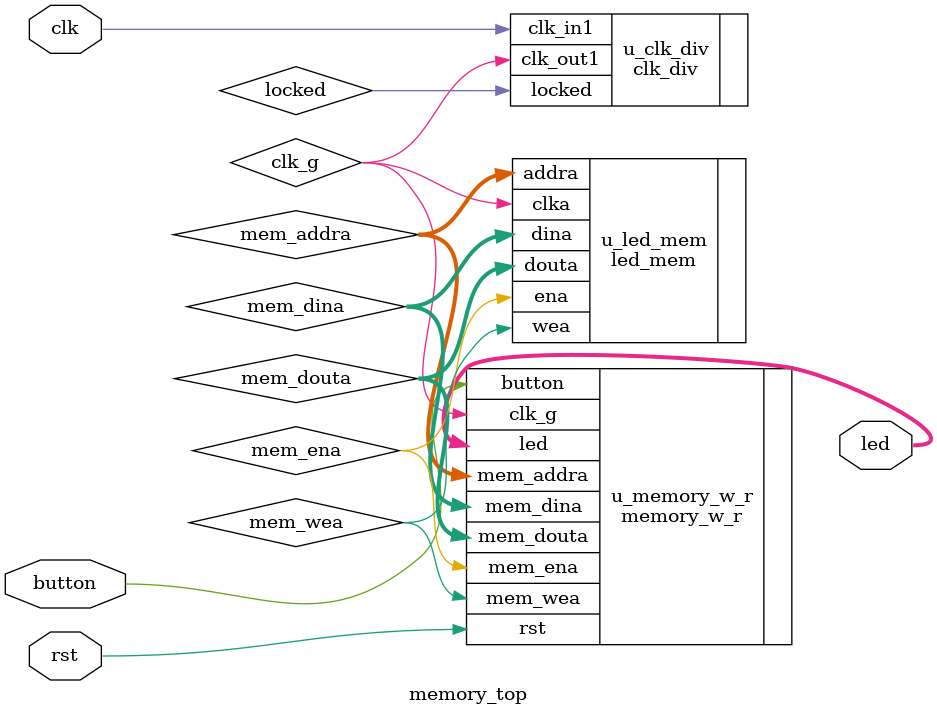
<source format=v>
module memory_top (
    input  wire        clk   ,
	input  wire        rst   ,
	input  wire        button,
	output wire [15:0] led   
);

wire clk_g, mem_ena, mem_wea, locked;
wire [15:0] mem_douta;
wire [3:0] mem_addra;
wire [15:0] mem_dina;

clk_div u_clk_div (
    . clk_in1(clk),
    . clk_out1(clk_g),
    . locked(locked)
);

memory_w_r u_memory_w_r (
    . clk_g(clk_g),
    . rst(rst),
    . button(button),
    . mem_douta(mem_douta),
    . led(led),
    . mem_ena(mem_ena),
    . mem_wea(mem_wea),
    . mem_addra(mem_addra),
    . mem_dina(mem_dina)
);

led_mem u_led_mem (
    . ena(mem_ena),
    . wea(mem_wea),
    . addra(mem_addra),
    . dina(mem_dina),
    . clka(clk_g),
    . douta(mem_douta)
);

endmodule
</source>
